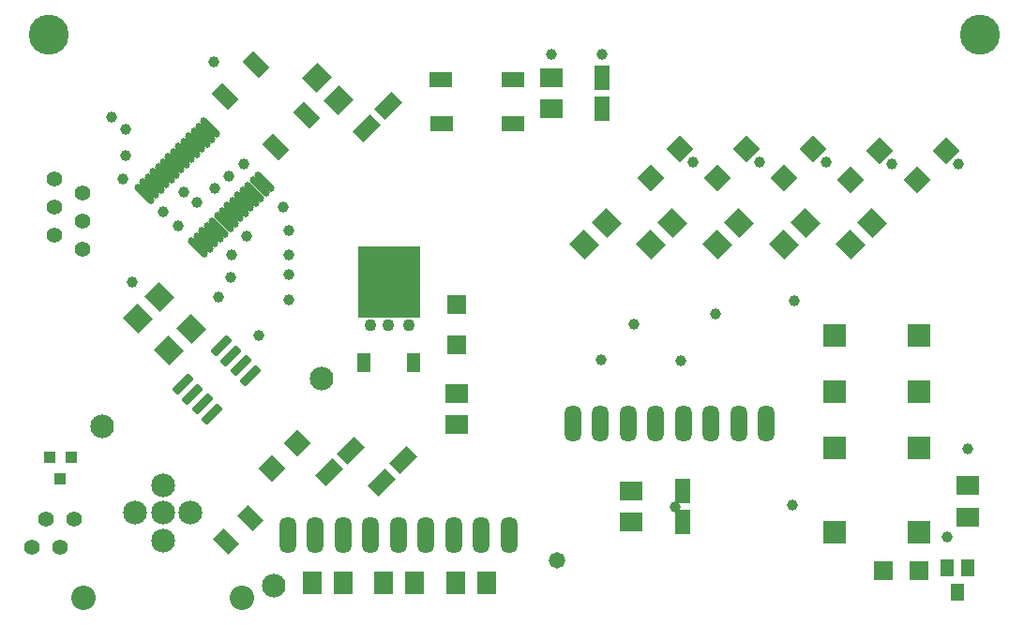
<source format=gts>
G04*
G04 #@! TF.GenerationSoftware,Altium Limited,Altium Designer,19.0.10 (269)*
G04*
G04 Layer_Color=8388736*
%FSLAX44Y44*%
%MOMM*%
G71*
G01*
G75*
%ADD35P,2.4087X4X90.0*%
%ADD36R,1.7032X1.7032*%
%ADD37R,2.1032X1.4032*%
G04:AMPARAMS|DCode=38|XSize=2.1032mm|YSize=1.4032mm|CornerRadius=0mm|HoleSize=0mm|Usage=FLASHONLY|Rotation=135.000|XOffset=0mm|YOffset=0mm|HoleType=Round|Shape=Rectangle|*
%AMROTATEDRECTD38*
4,1,4,1.2397,-0.2475,0.2475,-1.2397,-1.2397,0.2475,-0.2475,1.2397,1.2397,-0.2475,0.0*
%
%ADD38ROTATEDRECTD38*%

%ADD39R,5.6032X6.4032*%
%ADD40R,1.2032X1.8032*%
%ADD41R,1.0033X1.1031*%
G04:AMPARAMS|DCode=42|XSize=1.4032mm|YSize=2.0232mm|CornerRadius=0mm|HoleSize=0mm|Usage=FLASHONLY|Rotation=45.000|XOffset=0mm|YOffset=0mm|HoleType=Round|Shape=Rectangle|*
%AMROTATEDRECTD42*
4,1,4,0.2192,-1.2114,-1.2114,0.2192,-0.2192,1.2114,1.2114,-0.2192,0.2192,-1.2114,0.0*
%
%ADD42ROTATEDRECTD42*%

G04:AMPARAMS|DCode=43|XSize=1.8032mm|YSize=2.0032mm|CornerRadius=0mm|HoleSize=0mm|Usage=FLASHONLY|Rotation=225.000|XOffset=0mm|YOffset=0mm|HoleType=Round|Shape=Rectangle|*
%AMROTATEDRECTD43*
4,1,4,-0.0707,1.3458,1.3458,-0.0707,0.0707,-1.3458,-1.3458,0.0707,-0.0707,1.3458,0.0*
%
%ADD43ROTATEDRECTD43*%

G04:AMPARAMS|DCode=44|XSize=2.1031mm|YSize=0.8032mm|CornerRadius=0.1466mm|HoleSize=0mm|Usage=FLASHONLY|Rotation=225.000|XOffset=0mm|YOffset=0mm|HoleType=Round|Shape=RoundedRectangle|*
%AMROUNDEDRECTD44*
21,1,2.1031,0.5100,0,0,225.0*
21,1,1.8099,0.8032,0,0,225.0*
1,1,0.2932,-0.8202,-0.4596*
1,1,0.2932,0.4596,0.8202*
1,1,0.2932,0.8202,0.4596*
1,1,0.2932,-0.4596,-0.8202*
%
%ADD44ROUNDEDRECTD44*%
%ADD45R,1.2032X1.6032*%
G04:AMPARAMS|DCode=46|XSize=0.6532mm|YSize=2.3032mm|CornerRadius=0mm|HoleSize=0mm|Usage=FLASHONLY|Rotation=45.000|XOffset=0mm|YOffset=0mm|HoleType=Round|Shape=Round|*
%AMOVALD46*
21,1,1.6500,0.6532,0.0000,0.0000,135.0*
1,1,0.6532,0.5834,-0.5834*
1,1,0.6532,-0.5834,0.5834*
%
%ADD46OVALD46*%

%ADD47R,1.8032X2.0032*%
%ADD48R,2.0032X1.8032*%
G04:AMPARAMS|DCode=49|XSize=2.2032mm|YSize=1.4032mm|CornerRadius=0mm|HoleSize=0mm|Usage=FLASHONLY|Rotation=45.000|XOffset=0mm|YOffset=0mm|HoleType=Round|Shape=Rectangle|*
%AMROTATEDRECTD49*
4,1,4,-0.2828,-1.2751,-1.2751,-0.2828,0.2828,1.2751,1.2751,0.2828,-0.2828,-1.2751,0.0*
%
%ADD49ROTATEDRECTD49*%

%ADD50R,1.4032X2.2032*%
%ADD51R,1.7032X1.7032*%
G04:AMPARAMS|DCode=52|XSize=1.8032mm|YSize=2.0032mm|CornerRadius=0mm|HoleSize=0mm|Usage=FLASHONLY|Rotation=315.000|XOffset=0mm|YOffset=0mm|HoleType=Round|Shape=Rectangle|*
%AMROTATEDRECTD52*
4,1,4,-1.3458,-0.0707,0.0707,1.3458,1.3458,0.0707,-0.0707,-1.3458,-1.3458,-0.0707,0.0*
%
%ADD52ROTATEDRECTD52*%

%ADD53C,1.4224*%
%ADD54C,1.1031*%
%ADD55R,2.0723X2.0723*%
%ADD56R,2.0723X2.0723*%
%ADD57C,2.2032*%
%ADD58C,2.1532*%
%ADD59O,1.5232X3.3232*%
%ADD60C,3.6032*%
%ADD61C,1.0032*%
%ADD62C,2.1332*%
%ADD63C,1.1032*%
%ADD64C,1.4732*%
D35*
X864501Y674499D02*
D03*
X838338Y648336D02*
D03*
X924501Y674499D02*
D03*
X898338Y648336D02*
D03*
X984501Y674499D02*
D03*
X958338Y648336D02*
D03*
X1044501Y672999D02*
D03*
X1018338Y646836D02*
D03*
X1104501Y672999D02*
D03*
X1078338Y646836D02*
D03*
X518814Y408814D02*
D03*
X496186Y386186D02*
D03*
D36*
X663000Y534500D02*
D03*
Y497500D02*
D03*
D37*
X714000Y697500D02*
D03*
X649000D02*
D03*
X648500Y737500D02*
D03*
X713500D02*
D03*
D38*
X481719Y751100D02*
D03*
X527681Y705138D02*
D03*
X499751Y676500D02*
D03*
X453789Y722462D02*
D03*
D39*
X601500Y554500D02*
D03*
D40*
X624250Y481500D02*
D03*
X578750D02*
D03*
D41*
X305000Y376500D02*
D03*
X295500Y396500D02*
D03*
X314500D02*
D03*
D42*
X476107Y341142D02*
D03*
X454823Y319858D02*
D03*
D43*
X394695Y541399D02*
D03*
X374896Y521600D02*
D03*
X403101Y492601D02*
D03*
X422900Y512399D02*
D03*
X977899Y607900D02*
D03*
X958101Y588101D02*
D03*
X898101D02*
D03*
X917899Y607900D02*
D03*
X838101Y588101D02*
D03*
X857899Y607900D02*
D03*
X778101Y588101D02*
D03*
X797899Y607900D02*
D03*
X1018101Y588101D02*
D03*
X1037899Y607900D02*
D03*
D44*
X442112Y435171D02*
D03*
X433131Y444151D02*
D03*
X424151Y453131D02*
D03*
X415171Y462112D02*
D03*
X449888Y496829D02*
D03*
X458869Y487849D02*
D03*
X467849Y478869D02*
D03*
X476829Y469888D02*
D03*
D45*
X1115000Y274500D02*
D03*
X1105500Y296500D02*
D03*
X1124500D02*
D03*
D46*
X440480Y694270D02*
D03*
X435884Y689674D02*
D03*
X431288Y685078D02*
D03*
X426692Y680482D02*
D03*
X422095Y675886D02*
D03*
X417499Y671290D02*
D03*
X412903Y666693D02*
D03*
X408307Y662097D02*
D03*
X403711Y657501D02*
D03*
X399114Y652905D02*
D03*
X394518Y648308D02*
D03*
X389922Y643712D02*
D03*
X385326Y639116D02*
D03*
X380729Y634520D02*
D03*
X489270Y645480D02*
D03*
X484674Y640884D02*
D03*
X480078Y636288D02*
D03*
X475482Y631692D02*
D03*
X470886Y627095D02*
D03*
X466289Y622499D02*
D03*
X461693Y617903D02*
D03*
X457097Y613307D02*
D03*
X452501Y608711D02*
D03*
X447905Y604114D02*
D03*
X443308Y599518D02*
D03*
X438712Y594922D02*
D03*
X434116Y590326D02*
D03*
X429520Y585730D02*
D03*
D47*
X662000Y282500D02*
D03*
X690000D02*
D03*
X597000D02*
D03*
X625000D02*
D03*
X532000D02*
D03*
X560000D02*
D03*
D48*
X662500Y425651D02*
D03*
Y453651D02*
D03*
X1124500Y370500D02*
D03*
Y342500D02*
D03*
X820500Y366000D02*
D03*
Y338000D02*
D03*
X748500Y711500D02*
D03*
Y739500D02*
D03*
D49*
X601399Y713400D02*
D03*
X581600Y693600D02*
D03*
X614899Y393586D02*
D03*
X595101Y373787D02*
D03*
X547601Y382601D02*
D03*
X567399Y402399D02*
D03*
D50*
X794000Y711000D02*
D03*
Y739000D02*
D03*
X867000Y366000D02*
D03*
Y338000D02*
D03*
D51*
X1080000Y293500D02*
D03*
X1048000D02*
D03*
D52*
X536600Y738900D02*
D03*
X556399Y719100D02*
D03*
D53*
X279600Y315000D02*
D03*
X292300Y340400D02*
D03*
X305000Y315000D02*
D03*
X317700Y340400D02*
D03*
X299600Y648100D02*
D03*
X325000Y635400D02*
D03*
X299600Y622700D02*
D03*
X325000Y610000D02*
D03*
X299600Y597300D02*
D03*
X325000Y584600D02*
D03*
D54*
X1080000Y404700D02*
D03*
Y455500D02*
D03*
Y506300D02*
D03*
D55*
D03*
Y455500D02*
D03*
Y404700D02*
D03*
Y328500D02*
D03*
X1003800Y506300D02*
D03*
Y455500D02*
D03*
Y404700D02*
D03*
D56*
Y328500D02*
D03*
D57*
X326131Y269240D02*
D03*
X468630D02*
D03*
D58*
X372379Y346240D02*
D03*
X397380Y321239D02*
D03*
X422382Y346240D02*
D03*
X397380Y371241D02*
D03*
Y346240D02*
D03*
D59*
X942500Y427000D02*
D03*
X917500D02*
D03*
X892500D02*
D03*
X817500D02*
D03*
X842500D02*
D03*
X867500D02*
D03*
X792500D02*
D03*
X767500D02*
D03*
X510000Y326000D02*
D03*
X535000D02*
D03*
X560000D02*
D03*
X635000D02*
D03*
X610000D02*
D03*
X585000D02*
D03*
X660000D02*
D03*
X685000D02*
D03*
X710000D02*
D03*
D60*
X294500Y778500D02*
D03*
X1135000D02*
D03*
D61*
X484000Y506000D02*
D03*
X865500Y483500D02*
D03*
X793500Y484000D02*
D03*
X448000Y541316D02*
D03*
X458500Y559000D02*
D03*
X459500Y579000D02*
D03*
X443500Y753500D02*
D03*
X351500Y704000D02*
D03*
X369500Y555000D02*
D03*
X1105500Y324500D02*
D03*
X965500Y353000D02*
D03*
X860000Y351500D02*
D03*
X1116000Y661500D02*
D03*
X1056000Y661500D02*
D03*
X996000Y663000D02*
D03*
X936000D02*
D03*
X876000D02*
D03*
X794000Y760000D02*
D03*
X748500D02*
D03*
X473500Y596000D02*
D03*
X428000Y626500D02*
D03*
X416000Y636288D02*
D03*
X398000Y617903D02*
D03*
X411352Y605634D02*
D03*
X511500Y538500D02*
D03*
X364000Y693000D02*
D03*
X967500Y538000D02*
D03*
X364000Y669000D02*
D03*
X361000Y647500D02*
D03*
X896500Y526000D02*
D03*
X822500Y516500D02*
D03*
X511012Y561000D02*
D03*
X511500Y579500D02*
D03*
Y601000D02*
D03*
X506500Y622700D02*
D03*
X457000Y650500D02*
D03*
X1124500Y404000D02*
D03*
X444500Y639000D02*
D03*
X470886Y661500D02*
D03*
D62*
X342500Y424500D02*
D03*
X540500Y467500D02*
D03*
X497500Y280000D02*
D03*
D63*
X620000Y515500D02*
D03*
X601399D02*
D03*
X584500D02*
D03*
D64*
X616000Y536000D02*
D03*
X602000Y555000D02*
D03*
X587500Y536000D02*
D03*
X616000Y573500D02*
D03*
X587500D02*
D03*
X753000Y303500D02*
D03*
M02*

</source>
